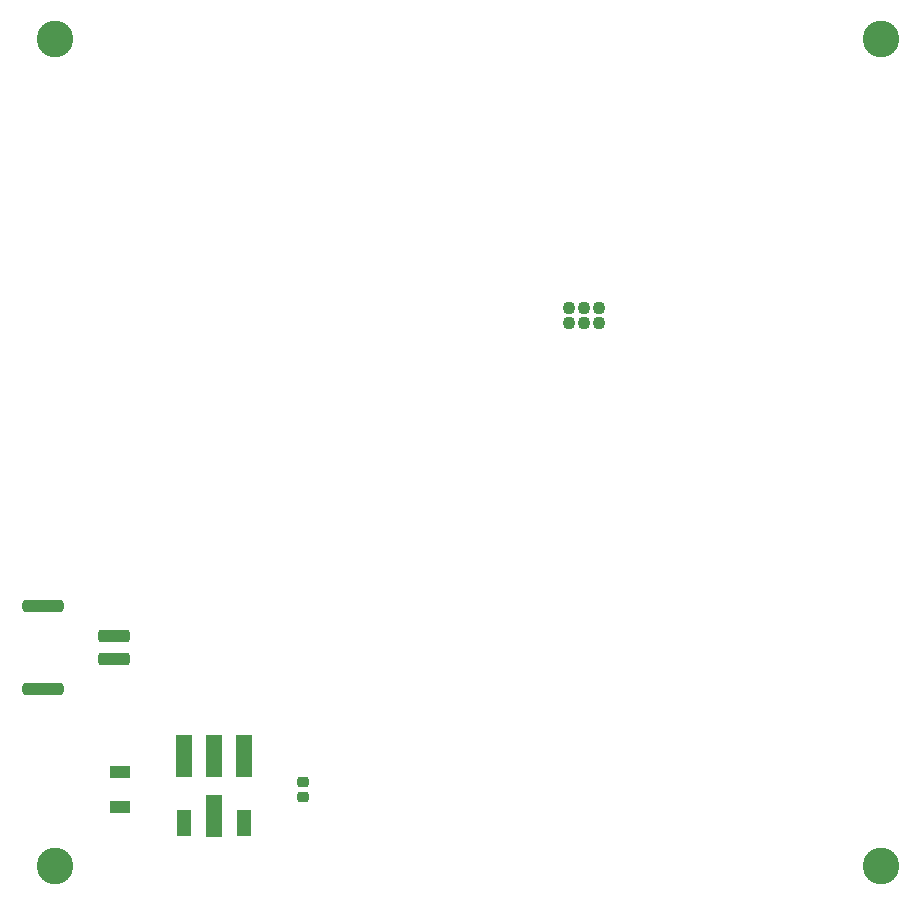
<source format=gbs>
G04*
G04 #@! TF.GenerationSoftware,Altium Limited,Altium Designer,24.1.2 (44)*
G04*
G04 Layer_Color=16711935*
%FSLAX44Y44*%
%MOMM*%
G71*
G04*
G04 #@! TF.SameCoordinates,4F868512-D97F-4151-AA10-91EEB4B24D68*
G04*
G04*
G04 #@! TF.FilePolarity,Negative*
G04*
G01*
G75*
G04:AMPARAMS|DCode=21|XSize=1mm|YSize=0.9mm|CornerRadius=0.25mm|HoleSize=0mm|Usage=FLASHONLY|Rotation=180.000|XOffset=0mm|YOffset=0mm|HoleType=Round|Shape=RoundedRectangle|*
%AMROUNDEDRECTD21*
21,1,1.0000,0.4000,0,0,180.0*
21,1,0.5000,0.9000,0,0,180.0*
1,1,0.5000,-0.2500,0.2000*
1,1,0.5000,0.2500,0.2000*
1,1,0.5000,0.2500,-0.2000*
1,1,0.5000,-0.2500,-0.2000*
%
%ADD21ROUNDEDRECTD21*%
%ADD25C,1.1000*%
%ADD26C,3.1000*%
%ADD52R,1.3500X3.6200*%
%ADD53R,1.1500X2.3200*%
%ADD54R,1.7000X1.1000*%
G04:AMPARAMS|DCode=55|XSize=2.7mm|YSize=1.1mm|CornerRadius=0.3mm|HoleSize=0mm|Usage=FLASHONLY|Rotation=180.000|XOffset=0mm|YOffset=0mm|HoleType=Round|Shape=RoundedRectangle|*
%AMROUNDEDRECTD55*
21,1,2.7000,0.5000,0,0,180.0*
21,1,2.1000,1.1000,0,0,180.0*
1,1,0.6000,-1.0500,0.2500*
1,1,0.6000,1.0500,0.2500*
1,1,0.6000,1.0500,-0.2500*
1,1,0.6000,-1.0500,-0.2500*
%
%ADD55ROUNDEDRECTD55*%
G04:AMPARAMS|DCode=56|XSize=3.5mm|YSize=1mm|CornerRadius=0.275mm|HoleSize=0mm|Usage=FLASHONLY|Rotation=180.000|XOffset=0mm|YOffset=0mm|HoleType=Round|Shape=RoundedRectangle|*
%AMROUNDEDRECTD56*
21,1,3.5000,0.4500,0,0,180.0*
21,1,2.9500,1.0000,0,0,180.0*
1,1,0.5500,-1.4750,0.2250*
1,1,0.5500,1.4750,0.2250*
1,1,0.5500,1.4750,-0.2250*
1,1,0.5500,-1.4750,-0.2250*
%
%ADD56ROUNDEDRECTD56*%
D21*
X360000Y221500D02*
D03*
Y208500D02*
D03*
D25*
X610784Y609962D02*
D03*
Y622662D02*
D03*
X585384D02*
D03*
X598084D02*
D03*
X585384Y609962D02*
D03*
X598084D02*
D03*
D26*
X150000Y850000D02*
D03*
X850000D02*
D03*
Y150000D02*
D03*
X150000D02*
D03*
D52*
X259600Y243400D02*
D03*
X310400D02*
D03*
X285000Y192600D02*
D03*
Y243400D02*
D03*
D53*
X259600Y186100D02*
D03*
X310400D02*
D03*
D54*
X205000Y230000D02*
D03*
Y200000D02*
D03*
D55*
X200000Y345000D02*
D03*
Y325000D02*
D03*
D56*
X140000Y370000D02*
D03*
Y300000D02*
D03*
M02*

</source>
